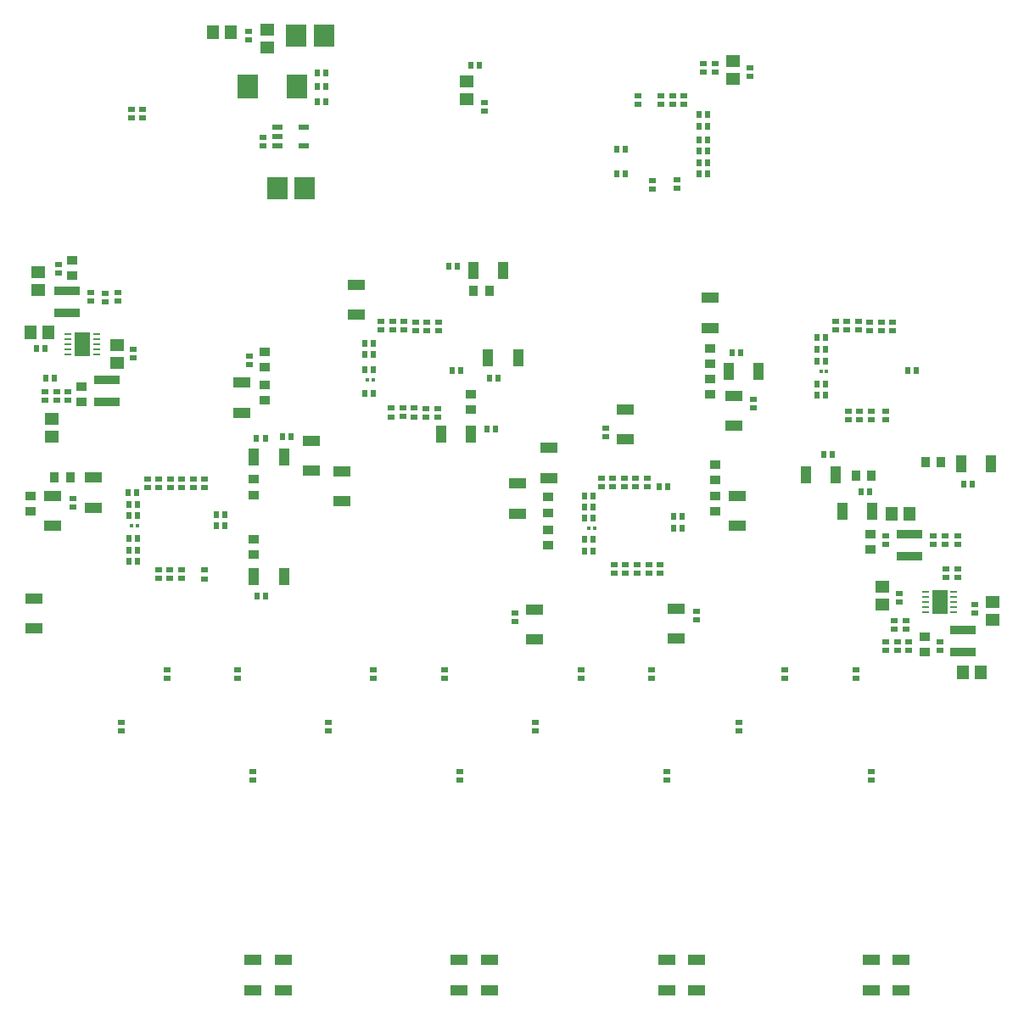
<source format=gbp>
G04*
G04 #@! TF.GenerationSoftware,Altium Limited,Altium Designer,21.1.1 (26)*
G04*
G04 Layer_Color=128*
%FSLAX25Y25*%
%MOIN*%
G70*
G04*
G04 #@! TF.SameCoordinates,1DE770B5-5229-4C7E-BA00-58D6BC8AB395*
G04*
G04*
G04 #@! TF.FilePolarity,Positive*
G04*
G01*
G75*
%ADD33R,0.03858X0.03661*%
%ADD34R,0.02559X0.02362*%
%ADD36R,0.01417X0.01575*%
%ADD37R,0.04567X0.05787*%
%ADD38R,0.02362X0.02559*%
%ADD40R,0.03661X0.03858*%
%ADD106R,0.07087X0.04449*%
%ADD107R,0.03937X0.02362*%
%ADD108R,0.03150X0.00984*%
%ADD109R,0.06417X0.09764*%
%ADD110R,0.09843X0.03543*%
%ADD111R,0.07874X0.09449*%
%ADD112R,0.08268X0.08858*%
%ADD113R,0.05787X0.04567*%
%ADD114R,0.04449X0.07087*%
D33*
X98300Y254269D02*
D03*
Y260332D02*
D03*
Y247431D02*
D03*
Y241369D02*
D03*
X6100Y197768D02*
D03*
Y203832D02*
D03*
X357500Y148331D02*
D03*
Y142269D02*
D03*
X22700Y296532D02*
D03*
Y290469D02*
D03*
X26300Y246731D02*
D03*
Y240669D02*
D03*
X336100Y188800D02*
D03*
Y182737D02*
D03*
X275094Y215960D02*
D03*
Y209896D02*
D03*
X94000Y210231D02*
D03*
Y204169D02*
D03*
X273160Y255698D02*
D03*
Y261761D02*
D03*
X209700Y203232D02*
D03*
Y197169D02*
D03*
X275100Y197768D02*
D03*
Y203832D02*
D03*
X179301Y237602D02*
D03*
Y243665D02*
D03*
X93900Y180769D02*
D03*
Y186831D02*
D03*
X273200Y249632D02*
D03*
Y243568D02*
D03*
X209700Y184468D02*
D03*
Y190532D02*
D03*
D34*
X92100Y258673D02*
D03*
Y255327D02*
D03*
X232300Y226954D02*
D03*
Y230300D02*
D03*
X184600Y355200D02*
D03*
Y358546D02*
D03*
X260100Y328000D02*
D03*
Y324654D02*
D03*
X250600Y327827D02*
D03*
Y324480D02*
D03*
X254000Y357627D02*
D03*
Y360973D02*
D03*
X244900Y357627D02*
D03*
Y360973D02*
D03*
X275200Y370427D02*
D03*
Y373773D02*
D03*
X288900Y372173D02*
D03*
Y368827D02*
D03*
X270700Y370454D02*
D03*
Y373800D02*
D03*
X258500Y357627D02*
D03*
Y360973D02*
D03*
X263000Y357653D02*
D03*
Y361000D02*
D03*
X322431Y272239D02*
D03*
Y268892D02*
D03*
X230680Y210855D02*
D03*
Y207508D02*
D03*
X143931Y272239D02*
D03*
Y268892D02*
D03*
X52066Y210473D02*
D03*
Y207127D02*
D03*
X336401Y95439D02*
D03*
Y92092D02*
D03*
X256201Y95439D02*
D03*
Y92092D02*
D03*
X174801Y95439D02*
D03*
Y92093D02*
D03*
X93701Y95439D02*
D03*
Y92093D02*
D03*
X267835Y158347D02*
D03*
Y155001D02*
D03*
X22900Y202646D02*
D03*
Y199300D02*
D03*
X290300Y238527D02*
D03*
Y241873D02*
D03*
X196620Y157885D02*
D03*
Y154539D02*
D03*
X284701Y114839D02*
D03*
Y111492D02*
D03*
X204501Y114839D02*
D03*
Y111492D02*
D03*
X123101Y114839D02*
D03*
Y111493D02*
D03*
X42001Y114839D02*
D03*
Y111493D02*
D03*
X345001Y272208D02*
D03*
Y268861D02*
D03*
X166501Y272208D02*
D03*
Y268861D02*
D03*
X74635Y210442D02*
D03*
Y207096D02*
D03*
X342121Y233815D02*
D03*
Y237161D02*
D03*
X253622Y176759D02*
D03*
Y173413D02*
D03*
X166066Y234842D02*
D03*
Y238189D02*
D03*
X74670Y171217D02*
D03*
Y174564D02*
D03*
X249122Y176759D02*
D03*
Y173413D02*
D03*
X161566Y234842D02*
D03*
Y238189D02*
D03*
X331466Y272247D02*
D03*
Y268900D02*
D03*
X239400Y210846D02*
D03*
Y207500D02*
D03*
X152966Y272247D02*
D03*
Y268900D02*
D03*
X61101Y210481D02*
D03*
Y207135D02*
D03*
X326966Y272247D02*
D03*
Y268900D02*
D03*
X235050Y210855D02*
D03*
Y207508D02*
D03*
X148466Y272247D02*
D03*
Y268900D02*
D03*
X56601Y210481D02*
D03*
Y207135D02*
D03*
X336435Y237085D02*
D03*
Y233739D02*
D03*
X235474Y176736D02*
D03*
Y173390D02*
D03*
X156976Y238226D02*
D03*
Y234879D02*
D03*
X65549Y171327D02*
D03*
Y174674D02*
D03*
X327400Y233827D02*
D03*
Y237173D02*
D03*
X244600Y173400D02*
D03*
Y176746D02*
D03*
X147768Y234879D02*
D03*
Y238226D02*
D03*
X56443Y174664D02*
D03*
Y171318D02*
D03*
X331900Y237146D02*
D03*
Y233800D02*
D03*
X240007Y173397D02*
D03*
Y176744D02*
D03*
X152663Y234925D02*
D03*
Y238272D02*
D03*
X61016Y174659D02*
D03*
Y171313D02*
D03*
X336001Y272208D02*
D03*
Y268861D02*
D03*
X243935Y210808D02*
D03*
Y207461D02*
D03*
X157501Y272208D02*
D03*
Y268861D02*
D03*
X65635Y210442D02*
D03*
Y207096D02*
D03*
X340501Y272208D02*
D03*
Y268861D02*
D03*
X248435Y210808D02*
D03*
Y207461D02*
D03*
X162001Y272208D02*
D03*
Y268861D02*
D03*
X70135Y210442D02*
D03*
Y207096D02*
D03*
X46500Y261546D02*
D03*
Y258200D02*
D03*
X35400Y280157D02*
D03*
Y283504D02*
D03*
X17300Y294773D02*
D03*
Y291427D02*
D03*
X16400Y241327D02*
D03*
Y244673D02*
D03*
X11900Y241327D02*
D03*
Y244673D02*
D03*
X97400Y341227D02*
D03*
Y344573D02*
D03*
X92000Y386273D02*
D03*
Y382927D02*
D03*
X347600Y162127D02*
D03*
Y165473D02*
D03*
X360800Y188073D02*
D03*
Y184727D02*
D03*
X342200Y188073D02*
D03*
Y184727D02*
D03*
X377200Y161073D02*
D03*
Y157727D02*
D03*
X351371Y143064D02*
D03*
Y146410D02*
D03*
X363400Y142927D02*
D03*
Y146273D02*
D03*
X365900Y175173D02*
D03*
Y171827D02*
D03*
X350300Y151453D02*
D03*
Y154800D02*
D03*
X330401Y131992D02*
D03*
Y135339D02*
D03*
X250201Y131992D02*
D03*
Y135339D02*
D03*
X168801Y131993D02*
D03*
Y135339D02*
D03*
X87701Y131993D02*
D03*
Y135339D02*
D03*
X302601Y131992D02*
D03*
Y135339D02*
D03*
X222401Y131992D02*
D03*
Y135339D02*
D03*
X141001Y131993D02*
D03*
Y135339D02*
D03*
X59901Y131993D02*
D03*
Y135339D02*
D03*
X29900Y283673D02*
D03*
Y280327D02*
D03*
X40600Y283673D02*
D03*
Y280327D02*
D03*
X20900Y241327D02*
D03*
Y244673D02*
D03*
X365700Y188073D02*
D03*
Y184727D02*
D03*
X370600Y184653D02*
D03*
Y188000D02*
D03*
X346800Y143027D02*
D03*
Y146373D02*
D03*
X342300Y146373D02*
D03*
Y143027D02*
D03*
X370463Y171798D02*
D03*
Y175144D02*
D03*
X345700Y151427D02*
D03*
Y154773D02*
D03*
X45800Y352527D02*
D03*
Y355873D02*
D03*
X50369Y352457D02*
D03*
Y355804D02*
D03*
D36*
X319036Y252809D02*
D03*
X316792D02*
D03*
X227779Y190931D02*
D03*
X225534D02*
D03*
X140897Y249342D02*
D03*
X138653D02*
D03*
X45843Y191939D02*
D03*
X48088D02*
D03*
D37*
X6096Y267900D02*
D03*
X13104D02*
D03*
X351404Y196600D02*
D03*
X344396D02*
D03*
X372396Y134400D02*
D03*
X379404D02*
D03*
X84904Y386000D02*
D03*
X77896D02*
D03*
D38*
X182473Y373000D02*
D03*
X179127D02*
D03*
X239873Y340000D02*
D03*
X236527D02*
D03*
X239873Y330500D02*
D03*
X236527D02*
D03*
X268883Y330312D02*
D03*
X272229D02*
D03*
X268909Y339312D02*
D03*
X272256D02*
D03*
X268883Y334812D02*
D03*
X272229D02*
D03*
X268909Y343812D02*
D03*
X272256D02*
D03*
X268909Y353812D02*
D03*
X272256D02*
D03*
X268909Y349212D02*
D03*
X272256D02*
D03*
X372954Y208500D02*
D03*
X376300D02*
D03*
X170700Y293900D02*
D03*
X174047D02*
D03*
X95053Y226300D02*
D03*
X98400D02*
D03*
X335846Y205400D02*
D03*
X332500D02*
D03*
X262102Y195768D02*
D03*
X258755D02*
D03*
X186520Y250100D02*
D03*
X189866D02*
D03*
X82592Y196420D02*
D03*
X79245D02*
D03*
X318027Y220000D02*
D03*
X321373D02*
D03*
X185527Y230200D02*
D03*
X188873D02*
D03*
X98546Y164500D02*
D03*
X95200D02*
D03*
X285073Y260100D02*
D03*
X281727D02*
D03*
X224027Y186700D02*
D03*
X227373D02*
D03*
X108573Y227000D02*
D03*
X105227D02*
D03*
X48118Y182529D02*
D03*
X44772D02*
D03*
X256600Y207400D02*
D03*
X253254D02*
D03*
X350753Y252900D02*
D03*
X354100D02*
D03*
X258728Y191198D02*
D03*
X262074D02*
D03*
X175250Y253126D02*
D03*
X171903D02*
D03*
X79228Y191939D02*
D03*
X82574D02*
D03*
X315227Y247800D02*
D03*
X318573D02*
D03*
X44727Y187100D02*
D03*
X48073D02*
D03*
X318613Y261395D02*
D03*
X315266D02*
D03*
X227373Y199300D02*
D03*
X224027D02*
D03*
X137431Y259250D02*
D03*
X140778D02*
D03*
X44684Y205034D02*
D03*
X48031D02*
D03*
X318638Y256809D02*
D03*
X315292D02*
D03*
X227381Y194931D02*
D03*
X224034D02*
D03*
X140840Y253330D02*
D03*
X137494D02*
D03*
X44827Y195943D02*
D03*
X48173D02*
D03*
X315201Y243281D02*
D03*
X318547D02*
D03*
X223981Y182186D02*
D03*
X227327D02*
D03*
X137527Y244200D02*
D03*
X140873D02*
D03*
X44806Y178090D02*
D03*
X48152D02*
D03*
X318699Y265895D02*
D03*
X315353D02*
D03*
X227389Y203602D02*
D03*
X224043D02*
D03*
X137400Y263780D02*
D03*
X140746D02*
D03*
X44747Y200494D02*
D03*
X48093D02*
D03*
X11873Y261600D02*
D03*
X8527D02*
D03*
X118829Y358587D02*
D03*
X122176D02*
D03*
X15547Y250000D02*
D03*
X12200D02*
D03*
X118829Y364587D02*
D03*
X122176D02*
D03*
X122176Y370087D02*
D03*
X118829D02*
D03*
D40*
X363900Y216900D02*
D03*
X357837D02*
D03*
X186432Y284500D02*
D03*
X180368D02*
D03*
X21732Y210900D02*
D03*
X15668D02*
D03*
X330600Y211600D02*
D03*
X336663D02*
D03*
D106*
X89300Y236534D02*
D03*
Y248266D02*
D03*
X93701Y21231D02*
D03*
Y9499D02*
D03*
X259835Y159367D02*
D03*
Y147635D02*
D03*
X348201Y21231D02*
D03*
Y9499D02*
D03*
X268001Y21231D02*
D03*
Y9499D02*
D03*
X186601Y21232D02*
D03*
Y9500D02*
D03*
X105501Y21232D02*
D03*
Y9500D02*
D03*
X239800Y225968D02*
D03*
Y237700D02*
D03*
X273100Y281566D02*
D03*
Y269834D02*
D03*
X209800Y210834D02*
D03*
Y222566D02*
D03*
X30900Y210900D02*
D03*
Y199168D02*
D03*
X283800Y203666D02*
D03*
Y191934D02*
D03*
X128700Y213300D02*
D03*
Y201568D02*
D03*
X197400Y196834D02*
D03*
Y208566D02*
D03*
X282400Y231234D02*
D03*
Y242966D02*
D03*
X204300Y158966D02*
D03*
Y147234D02*
D03*
X116634Y225500D02*
D03*
Y213768D02*
D03*
X7500Y163466D02*
D03*
Y151734D02*
D03*
X336501Y21231D02*
D03*
Y9499D02*
D03*
X256201Y21231D02*
D03*
Y9499D02*
D03*
X174701Y21231D02*
D03*
Y9499D02*
D03*
X14900Y203866D02*
D03*
Y192134D02*
D03*
X134166Y275034D02*
D03*
Y286766D02*
D03*
D107*
X113718Y341247D02*
D03*
Y348727D02*
D03*
X103088D02*
D03*
Y344987D02*
D03*
Y341247D02*
D03*
D108*
X368971Y165937D02*
D03*
Y163969D02*
D03*
Y162000D02*
D03*
Y160031D02*
D03*
Y158063D02*
D03*
X357829Y165937D02*
D03*
Y163969D02*
D03*
Y162000D02*
D03*
Y160031D02*
D03*
Y158063D02*
D03*
X21029Y259363D02*
D03*
Y261332D02*
D03*
Y263300D02*
D03*
Y265268D02*
D03*
Y267237D02*
D03*
X32171Y259363D02*
D03*
Y261332D02*
D03*
Y263300D02*
D03*
Y265268D02*
D03*
Y267237D02*
D03*
D109*
X363400Y162000D02*
D03*
X26600Y263300D02*
D03*
D110*
X372400Y142270D02*
D03*
Y150931D02*
D03*
X20700Y284331D02*
D03*
Y275670D02*
D03*
X36200Y240669D02*
D03*
Y249330D02*
D03*
X351400Y188731D02*
D03*
Y180069D02*
D03*
D111*
X91457Y364587D02*
D03*
X110748D02*
D03*
D112*
X121429Y384587D02*
D03*
X110603D02*
D03*
X103087Y324700D02*
D03*
X113913D02*
D03*
D113*
X14600Y234104D02*
D03*
Y227096D02*
D03*
X282100Y374700D02*
D03*
Y367692D02*
D03*
X384300Y162104D02*
D03*
Y155096D02*
D03*
X40200Y255896D02*
D03*
Y262904D02*
D03*
X99113Y387110D02*
D03*
Y380103D02*
D03*
X340800Y160996D02*
D03*
Y168004D02*
D03*
X177400Y366704D02*
D03*
Y359696D02*
D03*
X9300Y284696D02*
D03*
Y291704D02*
D03*
D114*
X371934Y216400D02*
D03*
X383666D02*
D03*
X180134Y292500D02*
D03*
X191866D02*
D03*
X94034Y219100D02*
D03*
X105766D02*
D03*
X310734Y212200D02*
D03*
X322466D02*
D03*
X179167Y228165D02*
D03*
X167435D02*
D03*
X105766Y172100D02*
D03*
X94034D02*
D03*
X186000Y258000D02*
D03*
X197732D02*
D03*
X336832Y197600D02*
D03*
X325100D02*
D03*
X292266Y252700D02*
D03*
X280534D02*
D03*
M02*

</source>
